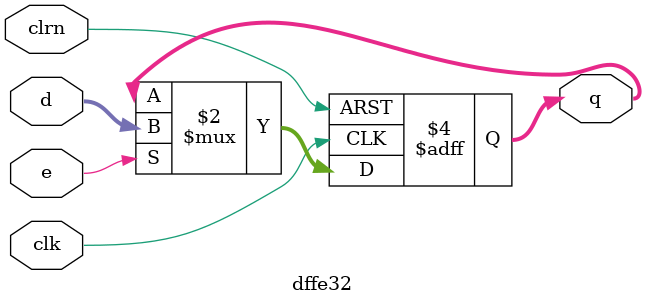
<source format=v>

module dffe32(d, clk, clrn, e, q);
	
	input [31:0] d;
	input        clk, clrn, e;

	output [31:0] q;


	reg [31:0] q;

	always @(posedge clk or posedge clrn) begin
		if (clrn) begin
				q <= 0;
		end
		else begin
		if(e) 
			q <= d;
		end
	end
endmodule


</source>
